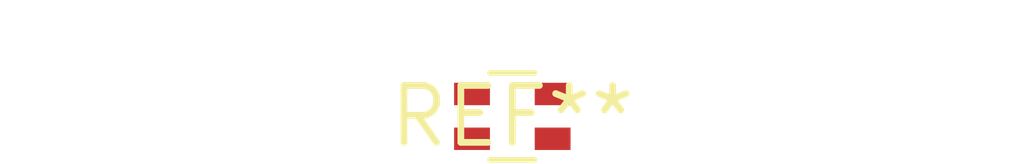
<source format=kicad_pcb>
(kicad_pcb (version 20240108) (generator pcbnew)
  (layers (0 "F.Cu" signal) (31 "B.Cu" signal) (34 "B.Paste" user) (35 "F.Paste" user) (36 "B.SilkS" user "B.Silkscreen") (37 "F.SilkS" user "F.Silkscreen") (38 "B.Mask" user) (39 "F.Mask" user) (44 "Edge.Cuts" user))
  (net 0 "")
  (footprint "R_Array_Convex_2x0603" (layer "F.Cu") (at 0 0)
    (property "Reference" "REF**")
    (property "Value" "R_Array_Convex_2x0603")
    (fp_line (start 0.5 -0.97) (end -0.5 -0.97) (layer "F.SilkS") (stroke (width 0.12)))
    (fp_line (start 0.5 0.97) (end -0.5 0.97) (layer "F.SilkS") (stroke (width 0.12)))
    (pad "1" smd rect (at -0.9 -0.5) (size 0.8 0.5) (layers "F.Cu" "F.Paste" "F.Mask"))
    (pad "2" smd rect (at -0.9 0.5) (size 0.8 0.5) (layers "F.Cu" "F.Paste" "F.Mask"))
    (pad "3" smd rect (at 0.9 0.5) (size 0.8 0.5) (layers "F.Cu" "F.Paste" "F.Mask"))
    (pad "4" smd rect (at 0.9 -0.5) (size 0.8 0.5) (layers "F.Cu" "F.Paste" "F.Mask"))
  )
)
</source>
